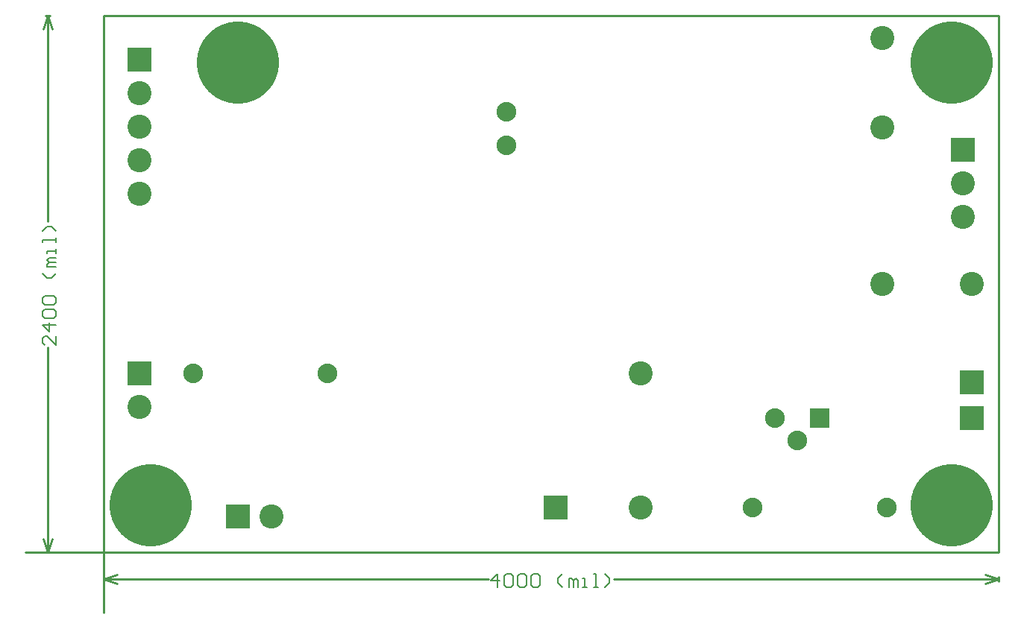
<source format=gbs>
%FSLAX42Y42*%
%MOMM*%
G71*
G01*
G75*
%ADD10C,0.25*%
%ADD11R,1.27X1.27*%
%ADD12R,1.52X1.78*%
%ADD13R,1.02X0.76*%
%ADD14R,0.76X1.02*%
%ADD15R,1.78X1.52*%
%ADD16R,1.78X1.27*%
%ADD17R,1.27X1.78*%
%ADD18R,1.52X0.61*%
%ADD19R,1.27X1.40*%
%ADD20R,0.61X1.52*%
%ADD21R,1.40X1.27*%
%ADD22C,0.13*%
%ADD23C,0.15*%
%ADD24C,0.76*%
%ADD25C,2.54*%
%ADD26C,2.03*%
%ADD27R,2.03X2.03*%
%ADD28R,2.54X2.54*%
%ADD29C,9.14*%
%ADD30C,0.51*%
%ADD31R,1.47X1.47*%
%ADD32R,1.73X1.98*%
%ADD33R,1.22X0.97*%
%ADD34R,0.97X1.22*%
%ADD35R,1.98X1.73*%
%ADD36R,1.98X1.47*%
%ADD37R,1.47X1.98*%
%ADD38R,1.73X0.81*%
%ADD39R,1.47X1.60*%
%ADD40R,0.81X1.73*%
%ADD41R,1.60X1.47*%
%ADD42C,2.74*%
%ADD43C,2.24*%
%ADD44R,2.24X2.24*%
%ADD45R,2.74X2.74*%
%ADD46C,9.35*%
D10*
X20734Y17577D02*
Y23673D01*
X30894Y17577D02*
Y23673D01*
X20734D02*
X30894D01*
X20734Y17577D02*
X30894D01*
Y17247D02*
Y17298D01*
X20734Y17247D02*
Y17298D01*
X30742Y17221D02*
X30894Y17272D01*
X30742Y17323D02*
X30894Y17272D01*
X20734D02*
X20886Y17221D01*
X20734Y17272D02*
X20886Y17323D01*
X26527Y17272D02*
X30894D01*
X20734D02*
X25100D01*
X20734Y16891D02*
Y17577D01*
X20074Y23673D02*
X20124D01*
X20074Y17577D02*
X20124D01*
X20099Y23673D02*
X20150Y23521D01*
X20048D02*
X20099Y23673D01*
Y17577D02*
X20150Y17729D01*
X20048D02*
X20099Y17577D01*
Y21339D02*
Y23673D01*
Y17577D02*
Y19911D01*
X19845Y17577D02*
X20734D01*
D23*
X25202Y17181D02*
Y17333D01*
X25126Y17257D01*
X25227D01*
X25278Y17308D02*
X25304Y17333D01*
X25354D01*
X25380Y17308D01*
Y17206D01*
X25354Y17181D01*
X25304D01*
X25278Y17206D01*
Y17308D01*
X25430D02*
X25456Y17333D01*
X25507D01*
X25532Y17308D01*
Y17206D01*
X25507Y17181D01*
X25456D01*
X25430Y17206D01*
Y17308D01*
X25583D02*
X25608Y17333D01*
X25659D01*
X25684Y17308D01*
Y17206D01*
X25659Y17181D01*
X25608D01*
X25583Y17206D01*
Y17308D01*
X25938Y17181D02*
X25888Y17232D01*
Y17282D01*
X25938Y17333D01*
X26014Y17181D02*
Y17282D01*
X26040D01*
X26065Y17257D01*
Y17181D01*
Y17257D01*
X26091Y17282D01*
X26116Y17257D01*
Y17181D01*
X26167D02*
X26218D01*
X26192D01*
Y17282D01*
X26167D01*
X26294Y17181D02*
X26345D01*
X26319D01*
Y17333D01*
X26294D01*
X26421Y17181D02*
X26472Y17232D01*
Y17282D01*
X26421Y17333D01*
X20190Y20038D02*
Y19937D01*
X20089Y20038D01*
X20063D01*
X20038Y20013D01*
Y19962D01*
X20063Y19937D01*
X20190Y20165D02*
X20038D01*
X20114Y20089D01*
Y20191D01*
X20063Y20242D02*
X20038Y20267D01*
Y20318D01*
X20063Y20343D01*
X20165D01*
X20190Y20318D01*
Y20267D01*
X20165Y20242D01*
X20063D01*
Y20394D02*
X20038Y20419D01*
Y20470D01*
X20063Y20495D01*
X20165D01*
X20190Y20470D01*
Y20419D01*
X20165Y20394D01*
X20063D01*
X20190Y20749D02*
X20140Y20699D01*
X20089D01*
X20038Y20749D01*
X20190Y20826D02*
X20089D01*
Y20851D01*
X20114Y20876D01*
X20190D01*
X20114D01*
X20089Y20902D01*
X20114Y20927D01*
X20190D01*
Y20978D02*
Y21029D01*
Y21003D01*
X20089D01*
Y20978D01*
X20190Y21105D02*
Y21156D01*
Y21130D01*
X20038D01*
Y21105D01*
X20190Y21232D02*
X20140Y21283D01*
X20089D01*
X20038Y21232D01*
D42*
X29573Y22403D02*
D03*
Y20625D02*
D03*
X30589D02*
D03*
X30488Y21387D02*
D03*
Y21768D02*
D03*
X21140Y19228D02*
D03*
X29573Y23419D02*
D03*
X22639Y17983D02*
D03*
X21140Y21654D02*
D03*
Y22416D02*
D03*
Y22797D02*
D03*
Y22035D02*
D03*
X26830Y18085D02*
D03*
Y19609D02*
D03*
D43*
X28354Y19101D02*
D03*
X28608Y18847D02*
D03*
X29624Y18085D02*
D03*
X28100D02*
D03*
X25306Y22200D02*
D03*
Y22581D02*
D03*
X21750Y19609D02*
D03*
X23274D02*
D03*
D44*
X28862Y19101D02*
D03*
D45*
X25865Y18085D02*
D03*
X30488Y22149D02*
D03*
X21140Y19609D02*
D03*
X22258Y17983D02*
D03*
X21140Y23178D02*
D03*
X30589Y19507D02*
D03*
Y19101D02*
D03*
D46*
X21267Y18110D02*
D03*
X30361D02*
D03*
Y23140D02*
D03*
X22258D02*
D03*
M02*

</source>
